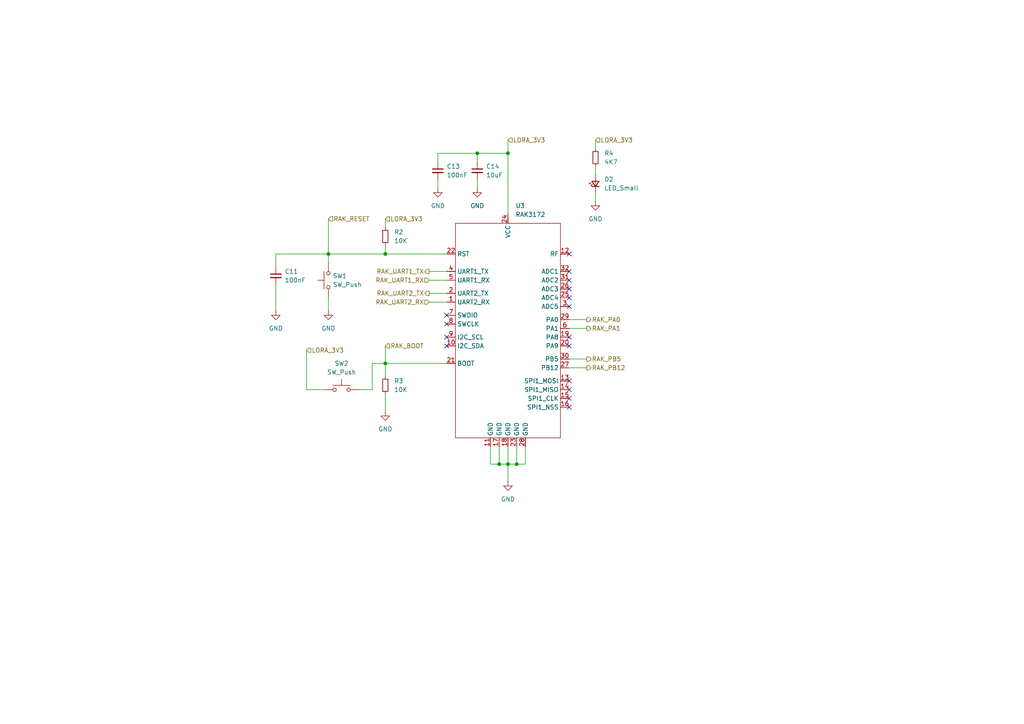
<source format=kicad_sch>
(kicad_sch (version 20231120) (generator "eeschema") (generator_version "8.0")
  (paper "A4")
  (lib_symbols
    (symbol "Device:C_Small" (pin_numbers hide) (pin_names (offset 0.254) hide)
      (property "Reference" "C" (at 0.254 1.778 0))
      (property "Value" "C_Small" (at 0.254 -2.032 0))
      (symbol "C_Small_0_1"
        (polyline (pts (xy -1.524 -0.508) (xy 1.524 -0.508)) (stroke (width 0.3302)))
        (polyline (pts (xy -1.524 0.508) (xy 1.524 0.508)) (stroke (width 0.3048)))
      )
      (symbol "C_Small_1_1"
        (pin passive line (at 0 2.54 270) (length 2.032) (name "~") (number "1"))
        (pin passive line (at 0 -2.54 90) (length 2.032) (name "~") (number "2"))
      )
    )
    (symbol "Device:LED_Small" (pin_numbers hide) (pin_names (offset 0.254) hide)
      (property "Reference" "D" (at -1.27 3.175 0))
      (property "Value" "LED_Small" (at -4.445 -2.54 0))
      (symbol "LED_Small_0_1"
        (polyline (pts (xy -0.762 -1.016) (xy -0.762 1.016)) (stroke (width 0.254)))
        (polyline (pts (xy 1.016 0) (xy -0.762 0)))
        (polyline (pts (xy 0.762 -1.016) (xy -0.762 0) (xy 0.762 1.016) (xy 0.762 -1.016)) (stroke (width 0.254)))
        (polyline (pts (xy 0 0.762) (xy -0.508 1.27) (xy -0.254 1.27) (xy -0.508 1.27) (xy -0.508 1.016)))
        (polyline (pts (xy 0.508 1.27) (xy 0 1.778) (xy 0.254 1.778) (xy 0 1.778) (xy 0 1.524)))
      )
      (symbol "LED_Small_1_1"
        (pin passive line (at -2.54 0 0) (length 1.778) (name "K") (number "1"))
        (pin passive line (at 2.54 0 180) (length 1.778) (name "A") (number "2"))
      )
    )
    (symbol "Device:R_Small" (pin_numbers hide) (pin_names (offset 0.254) hide)
      (property "Reference" "R" (at 0.762 0.508 0))
      (property "Value" "R_Small" (at 0.762 -1.016 0))
      (symbol "R_Small_0_1"
        (rectangle (start -0.762 1.778) (end 0.762 -1.778) (stroke (width 0.2032)))
      )
      (symbol "R_Small_1_1"
        (pin passive line (at 0 2.54 270) (length 0.762) (name "~") (number "1"))
        (pin passive line (at 0 -2.54 90) (length 0.762) (name "~") (number "2"))
      )
    )
    (symbol "RAK3172:RAK3172"
      (property "Reference" "U" (at 15.748 -25.146 0))
      (property "Value" "RAK3172" (at 16.002 -28.702 0))
      (symbol "RAK3172_0_1"
        (rectangle (start 0 0) (end 30.48 -62.23))
      )
      (symbol "RAK3172_1_1"
        (pin input line (at -2.54 -22.86 0) (length 2.54) (name "UART2_RX") (number "1"))
        (pin bidirectional line (at -2.54 -35.56 0) (length 2.54) (name "I2C_SDA") (number "10"))
        (pin power_in line (at 10.16 -64.77 90) (length 2.54) (name "GND") (number "11"))
        (pin input line (at 33.02 -8.89 180) (length 2.54) (name "RF") (number "12"))
        (pin output line (at 33.02 -45.72 180) (length 2.54) (name "SPI1_MOSI") (number "13"))
        (pin input line (at 33.02 -48.26 180) (length 2.54) (name "SPI1_MISO") (number "14"))
        (pin input line (at 33.02 -50.8 180) (length 2.54) (name "SPI1_CLK") (number "15"))
        (pin input line (at 33.02 -53.34 180) (length 2.54) (name "SPI1_NSS") (number "16"))
        (pin power_in line (at 12.7 -64.77 90) (length 2.54) (name "GND") (number "17"))
        (pin power_in line (at 15.24 -64.77 90) (length 2.54) (name "GND") (number "18"))
        (pin bidirectional line (at 33.02 -33.02 180) (length 2.54) (name "PA8") (number "19"))
        (pin output line (at -2.54 -20.32 0) (length 2.54) (name "UART2_TX") (number "2"))
        (pin bidirectional line (at 33.02 -35.56 180) (length 2.54) (name "PA9") (number "20"))
        (pin input line (at -2.54 -40.64 0) (length 2.54) (name "BOOT") (number "21"))
        (pin input line (at -2.54 -8.89 0) (length 2.54) (name "RST") (number "22"))
        (pin power_in line (at 17.78 -64.77 90) (length 2.54) (name "GND") (number "23"))
        (pin power_in line (at 15.24 2.54 270) (length 2.54) (name "VCC") (number "24"))
        (pin bidirectional line (at 33.02 -21.59 180) (length 2.54) (name "ADC4") (number "25"))
        (pin bidirectional line (at 33.02 -19.05 180) (length 2.54) (name "ADC3") (number "26"))
        (pin bidirectional line (at 33.02 -41.91 180) (length 2.54) (name "PB12") (number "27"))
        (pin power_in line (at 20.32 -64.77 90) (length 2.54) (name "GND") (number "28"))
        (pin bidirectional line (at 33.02 -27.94 180) (length 2.54) (name "PA0") (number "29"))
        (pin bidirectional line (at 33.02 -24.13 180) (length 2.54) (name "ADC5") (number "3"))
        (pin bidirectional line (at 33.02 -39.37 180) (length 2.54) (name "PB5") (number "30"))
        (pin bidirectional line (at 33.02 -16.51 180) (length 2.54) (name "ADC2") (number "31"))
        (pin bidirectional line (at 33.02 -13.97 180) (length 2.54) (name "ADC1") (number "32"))
        (pin output line (at -2.54 -13.97 0) (length 2.54) (name "UART1_TX") (number "4"))
        (pin input line (at -2.54 -16.51 0) (length 2.54) (name "UART1_RX") (number "5"))
        (pin bidirectional line (at 33.02 -30.48 180) (length 2.54) (name "PA1") (number "6"))
        (pin input line (at -2.54 -26.67 0) (length 2.54) (name "SWDIO") (number "7"))
        (pin input line (at -2.54 -29.21 0) (length 2.54) (name "SWCLK") (number "8"))
        (pin bidirectional line (at -2.54 -33.02 0) (length 2.54) (name "I2C_SCL") (number "9"))
      )
    )
    (symbol "Switch:SW_Push" (pin_numbers hide) (pin_names (offset 1.016) hide)
      (property "Reference" "SW" (at 1.27 2.54 0))
      (property "Value" "SW_Push" (at 0 -1.524 0))
      (symbol "SW_Push_0_1"
        (circle (center -2.032 0) (radius 0.508))
        (polyline (pts (xy 0 1.27) (xy 0 3.048)))
        (polyline (pts (xy 2.54 1.27) (xy -2.54 1.27)))
        (circle (center 2.032 0) (radius 0.508))
        (pin passive line (at -5.08 0 0) (length 2.54) (name "1") (number "1"))
        (pin passive line (at 5.08 0 180) (length 2.54) (name "2") (number "2"))
      )
    )
    (symbol "power:GND" (power) (pin_numbers hide) (pin_names (offset 0) hide)
      (property "Value" "GND" (at 0 -3.81 0))
      (symbol "GND_0_1"
        (polyline (pts (xy 0 0) (xy 0 -1.27) (xy 1.27 -1.27) (xy 0 -2.54) (xy -1.27 -1.27) (xy 0 -1.27)))
      )
      (symbol "GND_1_1"
        (pin power_in line (at 0 0 270) (length 0) (name "~") (number "1"))
      )
    )
  )
  (junction (at 138.43 44.45))
  (junction (at 95.25 73.66))
  (junction (at 111.76 105.41))
  (junction (at 144.78 134.62))
  (junction (at 111.76 73.66))
  (junction (at 147.32 44.45))
  (junction (at 147.32 134.62))
  (junction (at 149.86 134.62))
  (no_connect (at 165.1 118.11))
  (no_connect (at 165.1 97.79))
  (no_connect (at 165.1 78.74))
  (no_connect (at 165.1 81.28))
  (no_connect (at 165.1 83.82))
  (no_connect (at 165.1 113.03))
  (no_connect (at 165.1 73.66))
  (no_connect (at 165.1 100.33))
  (no_connect (at 165.1 86.36))
  (no_connect (at 165.1 88.9))
  (no_connect (at 129.54 91.44))
  (no_connect (at 165.1 110.49))
  (no_connect (at 129.54 93.98))
  (no_connect (at 129.54 97.79))
  (no_connect (at 129.54 100.33))
  (no_connect (at 165.1 115.57))
  (wire (pts (xy 147.32 134.62) (xy 149.86 134.62)))
  (wire (pts (xy 127 52.07) (xy 127 54.61)))
  (wire (pts (xy 95.25 73.66) (xy 111.76 73.66)))
  (wire (pts (xy 138.43 44.45) (xy 147.32 44.45)))
  (wire (pts (xy 80.01 77.47) (xy 80.01 73.66)))
  (wire (pts (xy 88.9 101.6) (xy 88.9 113.03)))
  (wire (pts (xy 127 46.99) (xy 127 44.45)))
  (wire (pts (xy 88.9 113.03) (xy 93.98 113.03)))
  (wire (pts (xy 144.78 134.62) (xy 147.32 134.62)))
  (wire (pts (xy 165.1 92.71) (xy 170.18 92.71)))
  (wire (pts (xy 104.14 113.03) (xy 107.95 113.03)))
  (wire (pts (xy 165.1 104.14) (xy 170.18 104.14)))
  (wire (pts (xy 111.76 73.66) (xy 129.54 73.66)))
  (wire (pts (xy 144.78 129.54) (xy 144.78 134.62)))
  (wire (pts (xy 111.76 100.33) (xy 111.76 105.41)))
  (wire (pts (xy 172.72 40.64) (xy 172.72 43.18)))
  (wire (pts (xy 149.86 129.54) (xy 149.86 134.62)))
  (wire (pts (xy 149.86 134.62) (xy 152.4 134.62)))
  (wire (pts (xy 95.25 86.36) (xy 95.25 90.17)))
  (wire (pts (xy 147.32 40.64) (xy 147.32 44.45)))
  (wire (pts (xy 80.01 82.55) (xy 80.01 90.17)))
  (wire (pts (xy 124.46 85.09) (xy 129.54 85.09)))
  (wire (pts (xy 80.01 73.66) (xy 95.25 73.66)))
  (wire (pts (xy 147.32 134.62) (xy 147.32 139.7)))
  (wire (pts (xy 172.72 55.88) (xy 172.72 58.42)))
  (wire (pts (xy 138.43 52.07) (xy 138.43 54.61)))
  (wire (pts (xy 107.95 113.03) (xy 107.95 105.41)))
  (wire (pts (xy 142.24 129.54) (xy 142.24 134.62)))
  (wire (pts (xy 111.76 105.41) (xy 129.54 105.41)))
  (wire (pts (xy 124.46 78.74) (xy 129.54 78.74)))
  (wire (pts (xy 172.72 48.26) (xy 172.72 50.8)))
  (wire (pts (xy 111.76 105.41) (xy 111.76 109.22)))
  (wire (pts (xy 111.76 73.66) (xy 111.76 71.12)))
  (wire (pts (xy 138.43 44.45) (xy 138.43 46.99)))
  (wire (pts (xy 147.32 44.45) (xy 147.32 62.23)))
  (wire (pts (xy 124.46 81.28) (xy 129.54 81.28)))
  (wire (pts (xy 124.46 87.63) (xy 129.54 87.63)))
  (wire (pts (xy 111.76 114.3) (xy 111.76 119.38)))
  (wire (pts (xy 142.24 134.62) (xy 144.78 134.62)))
  (wire (pts (xy 95.25 63.5) (xy 95.25 73.66)))
  (wire (pts (xy 95.25 76.2) (xy 95.25 73.66)))
  (wire (pts (xy 107.95 105.41) (xy 111.76 105.41)))
  (wire (pts (xy 165.1 106.68) (xy 170.18 106.68)))
  (wire (pts (xy 147.32 129.54) (xy 147.32 134.62)))
  (wire (pts (xy 165.1 95.25) (xy 170.18 95.25)))
  (wire (pts (xy 152.4 134.62) (xy 152.4 129.54)))
  (wire (pts (xy 111.76 63.5) (xy 111.76 66.04)))
  (wire (pts (xy 127 44.45) (xy 138.43 44.45)))
  (hierarchical_label "RAK_BOOT" (shape input) (at 111.76 100.33 0))
  (hierarchical_label "LORA_3V3" (shape input) (at 147.32 40.64 0))
  (hierarchical_label "RAK_RESET" (shape input) (at 95.25 63.5 0))
  (hierarchical_label "RAK_PB5" (shape output) (at 170.18 104.14 0))
  (hierarchical_label "RAK_PA0" (shape output) (at 170.18 92.71 0))
  (hierarchical_label "RAK_PB12" (shape output) (at 170.18 106.68 0))
  (hierarchical_label "LORA_3V3" (shape input) (at 88.9 101.6 0))
  (hierarchical_label "RAK_PA1" (shape output) (at 170.18 95.25 0))
  (hierarchical_label "LORA_3V3" (shape input) (at 172.72 40.64 0))
  (hierarchical_label "LORA_3V3" (shape input) (at 111.76 63.5 0))
  (hierarchical_label "RAK_UART1_RX" (shape input) (at 124.46 81.28 180))
  (hierarchical_label "RAK_UART1_TX" (shape output) (at 124.46 78.74 180))
  (hierarchical_label "RAK_UART2_TX" (shape output) (at 124.46 85.09 180))
  (hierarchical_label "RAK_UART2_RX" (shape input) (at 124.46 87.63 180))
  (symbol (lib_id "power:GND") (at 147.32 139.7 0) (unit 1)
    (property "Reference" "#PWR015" (effects (hide yes)))
    (property "Value" "GND" (at 147.32 144.78 0))
    (property "Description" "Power symbol creates a global label with name \"GND\" , ground" (effects (hide yes)))
  )
  (symbol (lib_id "power:GND") (at 80.01 90.17 0) (unit 1)
    (property "Reference" "#PWR020" (effects (hide yes)))
    (property "Value" "GND" (at 80.01 95.25 0))
    (property "Description" "Power symbol creates a global label with name \"GND\" , ground" (effects (hide yes)))
  )
  (symbol (lib_id "power:GND") (at 111.76 119.38 0) (unit 1)
    (property "Reference" "#PWR012" (effects (hide yes)))
    (property "Value" "GND" (at 111.76 124.46 0))
    (property "Description" "Power symbol creates a global label with name \"GND\" , ground" (effects (hide yes)))
  )
  (symbol (lib_id "Device:LED_Small") (at 172.72 53.34 90) (unit 1)
    (property "Reference" "D2" (at 175.26 52.0064 90) (effects (justify right)))
    (property "Value" "LED_Small" (at 175.26 54.5464 90) (effects (justify right)))
    (property "Description" "Light emitting diode, small symbol" (effects (hide yes)))
  )
  (symbol (lib_id "Switch:SW_Push") (at 99.06 113.03 0) (unit 1)
    (property "Reference" "SW2" (at 99.06 105.41 0))
    (property "Value" "SW_Push" (at 99.06 107.95 0))
    (property "Description" "Push button switch, generic, two pins" (effects (hide yes)))
  )
  (symbol (lib_id "Device:C_Small") (at 127 49.53 0) (unit 1)
    (property "Reference" "C13" (at 129.54 48.2662 0) (effects (justify left)))
    (property "Value" "100nF" (at 129.54 50.8062 0) (effects (justify left)))
    (property "Description" "Unpolarized capacitor, small symbol" (effects (hide yes)))
  )
  (symbol (lib_id "Device:R_Small") (at 172.72 45.72 0) (unit 1)
    (property "Reference" "R4" (at 175.26 44.4499 0) (effects (justify left)))
    (property "Value" "4K7" (at 175.26 46.9899 0) (effects (justify left)))
    (property "Description" "Resistor, small symbol" (effects (hide yes)))
  )
  (symbol (lib_id "Device:R_Small") (at 111.76 68.58 0) (unit 1)
    (property "Reference" "R2" (at 114.3 67.3099 0) (effects (justify left)))
    (property "Value" "10K" (at 114.3 69.8499 0) (effects (justify left)))
    (property "Description" "Resistor, small symbol" (effects (hide yes)))
  )
  (symbol (lib_id "Switch:SW_Push") (at 95.25 81.28 90) (unit 1)
    (property "Reference" "SW1" (at 96.52 80.0099 90) (effects (justify right)))
    (property "Value" "SW_Push" (at 96.52 82.5499 90) (effects (justify right)))
    (property "Description" "Push button switch, generic, two pins" (effects (hide yes)))
  )
  (symbol (lib_id "power:GND") (at 138.43 54.61 0) (unit 1)
    (property "Reference" "#PWR019" (effects (hide yes)))
    (property "Value" "GND" (at 138.43 59.69 0))
    (property "Description" "Power symbol creates a global label with name \"GND\" , ground" (effects (hide yes)))
  )
  (symbol (lib_id "Device:C_Small") (at 80.01 80.01 0) (unit 1)
    (property "Reference" "C11" (at 82.55 78.7462 0) (effects (justify left)))
    (property "Value" "100nF" (at 82.55 81.2862 0) (effects (justify left)))
    (property "Description" "Unpolarized capacitor, small symbol" (effects (hide yes)))
  )
  (symbol (lib_id "power:GND") (at 95.25 90.17 0) (unit 1)
    (property "Reference" "#PWR021" (effects (hide yes)))
    (property "Value" "GND" (at 95.25 95.25 0))
    (property "Description" "Power symbol creates a global label with name \"GND\" , ground" (effects (hide yes)))
  )
  (symbol (lib_id "Device:R_Small") (at 111.76 111.76 0) (unit 1)
    (property "Reference" "R3" (at 114.3 110.4899 0) (effects (justify left)))
    (property "Value" "10K" (at 114.3 113.0299 0) (effects (justify left)))
    (property "Description" "Resistor, small symbol" (effects (hide yes)))
  )
  (symbol (lib_id "RAK3172:RAK3172") (at 132.08 64.77 0) (unit 1)
    (property "Reference" "U3" (at 149.5141 59.69 0) (effects (justify left)))
    (property "Value" "RAK3172" (at 149.5141 62.23 0) (effects (justify left)))
  )
  (symbol (lib_id "Device:C_Small") (at 138.43 49.53 0) (unit 1)
    (property "Reference" "C14" (at 140.97 48.2662 0) (effects (justify left)))
    (property "Value" "10uF" (at 140.97 50.8062 0) (effects (justify left)))
    (property "Description" "Unpolarized capacitor, small symbol" (effects (hide yes)))
  )
  (symbol (lib_id "power:GND") (at 172.72 58.42 0) (unit 1)
    (property "Reference" "#PWR01" (effects (hide yes)))
    (property "Value" "GND" (at 172.72 63.5 0))
    (property "Description" "Power symbol creates a global label with name \"GND\" , ground" (effects (hide yes)))
  )
  (symbol (lib_id "power:GND") (at 127 54.61 0) (unit 1)
    (property "Reference" "#PWR018" (effects (hide yes)))
    (property "Value" "GND" (at 127 59.69 0))
    (property "Description" "Power symbol creates a global label with name \"GND\" , ground" (effects (hide yes)))
  )
)
</source>
